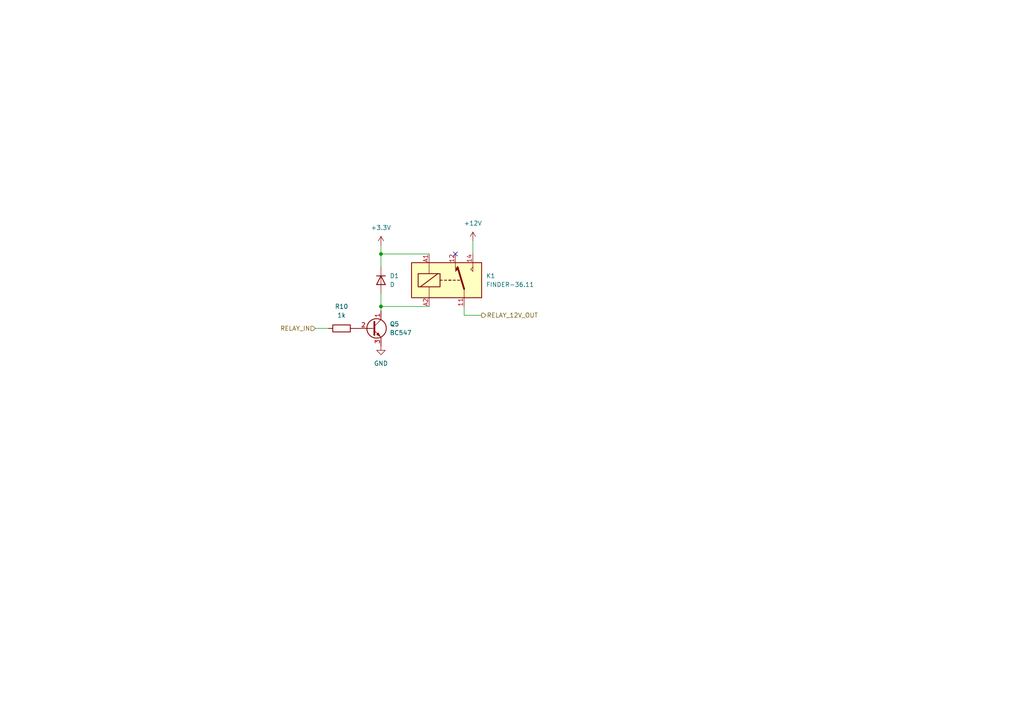
<source format=kicad_sch>
(kicad_sch (version 20211123) (generator eeschema)
  (paper "A4")
  (lib_symbols
    (symbol "Device:D" (pin_numbers hide) (pin_names (offset 1.016) hide)
      (property "Reference" "D" (at 0 2.54 0))
      (property "Value" "D" (at 0 -2.54 0))
      (symbol "D_0_1"
        (polyline (pts (xy -1.27 1.27) (xy -1.27 -1.27)) (stroke (width 0.254)))
        (polyline (pts (xy 1.27 0) (xy -1.27 0)))
        (polyline (pts (xy 1.27 1.27) (xy 1.27 -1.27) (xy -1.27 0) (xy 1.27 1.27)) (stroke (width 0.254)))
      )
      (symbol "D_1_1"
        (pin passive line (at -3.81 0 0) (length 2.54) (name "K") (number "1"))
        (pin passive line (at 3.81 0 180) (length 2.54) (name "A") (number "2"))
      )
    )
    (symbol "Device:R" (pin_numbers hide) (pin_names (offset 0))
      (property "Reference" "R" (at 2.032 0 90))
      (property "Value" "R" (at 0 0 90))
      (symbol "R_0_1"
        (rectangle (start -1.016 -2.54) (end 1.016 2.54) (stroke (width 0.254)))
      )
      (symbol "R_1_1"
        (pin passive line (at 0 3.81 270) (length 1.27) (name "~") (number "1"))
        (pin passive line (at 0 -3.81 90) (length 1.27) (name "~") (number "2"))
      )
    )
    (symbol "Relay:FINDER-36.11"
      (property "Reference" "K" (at 11.43 3.81 0))
      (property "Value" "FINDER-36.11" (at 11.43 1.27 0))
      (symbol "FINDER-36.11_0_0"
        (polyline (pts (xy 2.54 3.81) (xy 2.54 5.08)))
        (polyline (pts (xy 7.62 3.81) (xy 7.62 5.08)))
        (polyline (pts (xy 7.62 3.81) (xy 7.62 2.54) (xy 6.985 3.175) (xy 7.62 3.81)))
      )
      (symbol "FINDER-36.11_0_1"
        (rectangle (start -10.16 5.08) (end 10.16 -5.08) (stroke (width 0.254)) (fill (type background)))
        (rectangle (start -8.255 1.905) (end -1.905 -1.905) (stroke (width 0.254)))
        (polyline (pts (xy -7.62 -1.905) (xy -2.54 1.905)) (stroke (width 0.254)))
        (polyline (pts (xy -5.08 -5.08) (xy -5.08 -1.905)))
        (polyline (pts (xy -5.08 5.08) (xy -5.08 1.905)))
        (polyline (pts (xy -1.905 0) (xy -1.27 0)) (stroke (width 0.254)))
        (polyline (pts (xy -0.635 0) (xy 0 0)) (stroke (width 0.254)))
        (polyline (pts (xy 0.635 0) (xy 1.27 0)) (stroke (width 0.254)))
        (polyline (pts (xy 0.635 0) (xy 1.27 0)) (stroke (width 0.254)))
        (polyline (pts (xy 1.905 0) (xy 2.54 0)) (stroke (width 0.254)))
        (polyline (pts (xy 3.175 0) (xy 3.81 0)) (stroke (width 0.254)))
        (polyline (pts (xy 5.08 -2.54) (xy 3.175 3.81)) (stroke (width 0.508)))
        (polyline (pts (xy 5.08 -2.54) (xy 5.08 -5.08)))
        (polyline (pts (xy 2.54 2.54) (xy 3.175 3.175) (xy 2.54 3.81)) (fill (type outline)))
      )
      (symbol "FINDER-36.11_1_1"
        (pin passive line (at 5.08 -7.62 90) (length 2.54) (name "~") (number "11"))
        (pin passive line (at 2.54 7.62 270) (length 2.54) (name "~") (number "12"))
        (pin passive line (at 7.62 7.62 270) (length 2.54) (name "~") (number "14"))
        (pin passive line (at -5.08 7.62 270) (length 2.54) (name "~") (number "A1"))
        (pin passive line (at -5.08 -7.62 90) (length 2.54) (name "~") (number "A2"))
      )
    )
    (symbol "Transistor_BJT:BC547" (pin_names (offset 0) hide)
      (property "Reference" "Q" (at 5.08 1.905 0))
      (property "Value" "BC547" (at 5.08 0 0))
      (symbol "BC547_0_1"
        (polyline (pts (xy 0 0) (xy 0.635 0)))
        (polyline (pts (xy 0.635 0.635) (xy 2.54 2.54)))
        (polyline (pts (xy 0.635 -0.635) (xy 2.54 -2.54) (xy 2.54 -2.54)))
        (polyline (pts (xy 0.635 1.905) (xy 0.635 -1.905) (xy 0.635 -1.905)) (stroke (width 0.508)))
        (polyline (pts (xy 1.27 -1.778) (xy 1.778 -1.27) (xy 2.286 -2.286) (xy 1.27 -1.778) (xy 1.27 -1.778)) (fill (type outline)))
        (circle (center 1.27 0) (radius 2.8194) (stroke (width 0.254)))
      )
      (symbol "BC547_1_1"
        (pin passive line (at 2.54 5.08 270) (length 2.54) (name "C") (number "1"))
        (pin input line (at -5.08 0 0) (length 5.08) (name "B") (number "2"))
        (pin passive line (at 2.54 -5.08 90) (length 2.54) (name "E") (number "3"))
      )
    )
    (symbol "power:+12V" (power) (pin_names (offset 0))
      (property "Value" "+12V" (at 0 3.556 0))
      (symbol "+12V_0_1"
        (polyline (pts (xy -0.762 1.27) (xy 0 2.54)))
        (polyline (pts (xy 0 0) (xy 0 2.54)))
        (polyline (pts (xy 0 2.54) (xy 0.762 1.27)))
      )
      (symbol "+12V_1_1"
        (pin power_in line (at 0 0 90) (length 0) hide (name "+12V") (number "1"))
      )
    )
    (symbol "power:+3.3V" (power) (pin_names (offset 0))
      (property "Value" "+3.3V" (at 0 3.556 0))
      (symbol "+3.3V_0_1"
        (polyline (pts (xy -0.762 1.27) (xy 0 2.54)))
        (polyline (pts (xy 0 0) (xy 0 2.54)))
        (polyline (pts (xy 0 2.54) (xy 0.762 1.27)))
      )
      (symbol "+3.3V_1_1"
        (pin power_in line (at 0 0 90) (length 0) hide (name "+3.3V") (number "1"))
      )
    )
    (symbol "power:GND" (power) (pin_names (offset 0))
      (property "Value" "GND" (at 0 -3.81 0))
      (symbol "GND_0_1"
        (polyline (pts (xy 0 0) (xy 0 -1.27) (xy 1.27 -1.27) (xy 0 -2.54) (xy -1.27 -1.27) (xy 0 -1.27)))
      )
      (symbol "GND_1_1"
        (pin power_in line (at 0 0 270) (length 0) hide (name "GND") (number "1"))
      )
    )
  )
  (junction (at 110.49 88.9))
  (junction (at 110.49 73.66))
  (no_connect (at 132.08 73.66))
  (wire (pts (xy 110.49 88.9) (xy 110.49 90.17)))
  (wire (pts (xy 139.7 91.44) (xy 134.62 91.44)))
  (wire (pts (xy 110.49 71.12) (xy 110.49 73.66)))
  (wire (pts (xy 91.44 95.25) (xy 95.25 95.25)))
  (wire (pts (xy 134.62 91.44) (xy 134.62 88.9)))
  (wire (pts (xy 137.16 69.85) (xy 137.16 73.66)))
  (wire (pts (xy 110.49 85.09) (xy 110.49 88.9)))
  (wire (pts (xy 110.49 88.9) (xy 124.46 88.9)))
  (wire (pts (xy 110.49 73.66) (xy 124.46 73.66)))
  (wire (pts (xy 110.49 73.66) (xy 110.49 77.47)))
  (hierarchical_label "RELAY_IN" (shape input) (at 91.44 95.25 180))
  (hierarchical_label "RELAY_12V_OUT" (shape output) (at 139.7 91.44 0))
  (symbol (lib_id "Device:R") (at 99.06 95.25 90) (unit 1)
    (property "Reference" "R10" (at 99.06 88.9 90))
    (property "Value" "1k" (at 99.06 91.44 90))
    (property "Footprint" "Resistor_SMD:R_0201_0603Metric" (effects hide))
  )
  (symbol (lib_id "Transistor_BJT:BC547") (at 107.95 95.25 0) (unit 1)
    (property "Reference" "Q5" (at 113.03 93.9799 0) (effects (justify left)))
    (property "Value" "BC547" (at 113.03 96.5199 0) (effects (justify left)))
    (property "Footprint" "Package_TO_SOT_THT:TO-92_Inline" (effects hide))
    (property "Datasheet" "https://www.onsemi.com/pub/Collateral/BC550-D.pdf" (effects hide))
  )
  (symbol (lib_id "power:GND") (at 110.49 100.33 0) (unit 1)
    (property "Reference" "#PWR014" (effects hide))
    (property "Value" "GND" (at 110.49 105.41 0))
  )
  (symbol (lib_id "power:+3.3V") (at 110.49 71.12 0) (unit 1)
    (property "Reference" "#PWR013" (effects hide))
    (property "Value" "+3.3V" (at 110.49 66.04 0))
  )
  (symbol (lib_id "Relay:FINDER-36.11") (at 129.54 81.28 0) (unit 1)
    (property "Reference" "K1" (at 140.97 80.0099 0) (effects (justify left)))
    (property "Value" "FINDER-36.11" (at 140.97 82.5499 0) (effects (justify left)))
    (property "Footprint" "Relay_THT:Relay_SPDT_Finder_36.11" (effects hide))
    (property "Datasheet" "https://gfinder.findernet.com/public/attachments/36/EN/S36EN.pdf" (effects hide))
  )
  (symbol (lib_id "power:+12V") (at 137.16 69.85 0) (unit 1)
    (property "Reference" "#PWR015" (effects hide))
    (property "Value" "+12V" (at 137.16 64.77 0))
  )
  (symbol (lib_id "Device:D") (at 110.49 81.28 270) (unit 1)
    (property "Reference" "D1" (at 113.03 80.0099 90) (effects (justify left)))
    (property "Value" "D" (at 113.03 82.5499 90) (effects (justify left)))
    (property "Footprint" "Diode_SMD:D_0603_1608Metric" (effects hide))
  )
)
</source>
